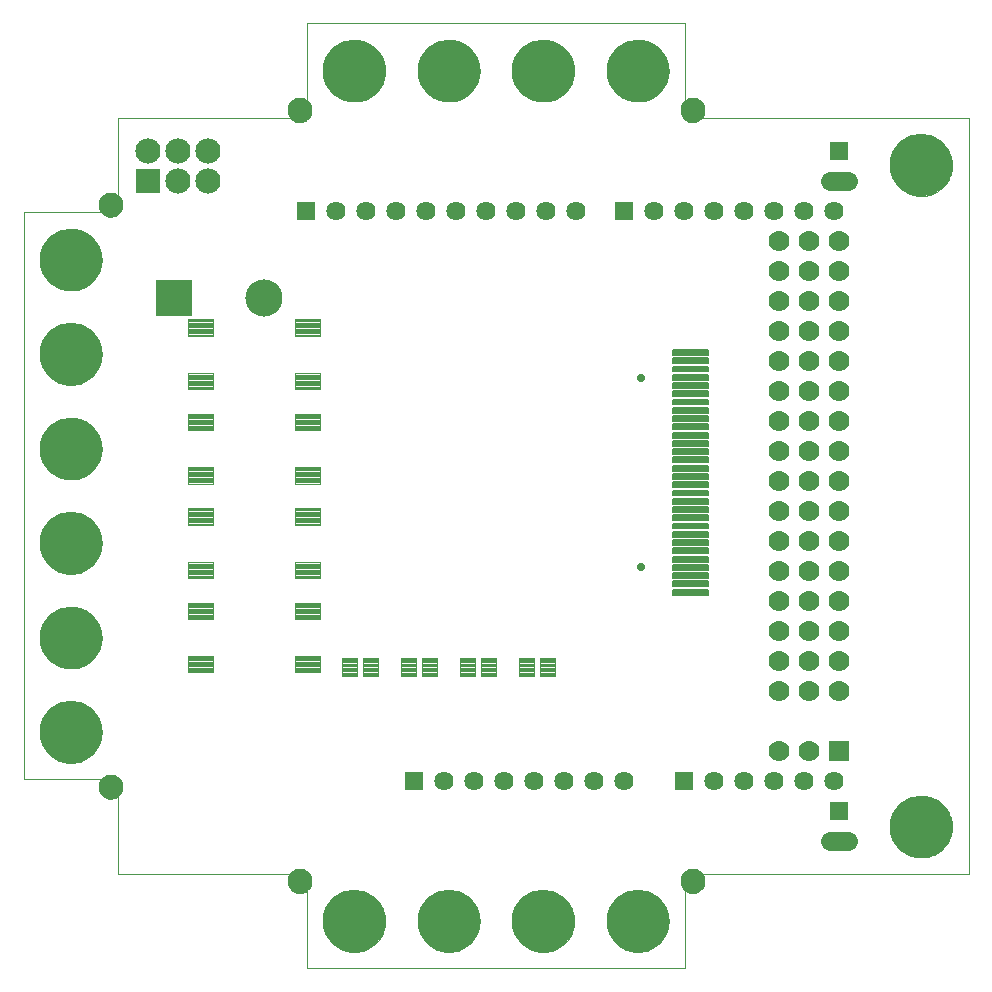
<source format=gbs>
G75*
%MOIN*%
%OFA0B0*%
%FSLAX24Y24*%
%IPPOS*%
%LPD*%
%AMOC8*
5,1,8,0,0,1.08239X$1,22.5*
%
%ADD10C,0.0000*%
%ADD11C,0.0827*%
%ADD12C,0.2087*%
%ADD13R,0.0640X0.0640*%
%ADD14C,0.0640*%
%ADD15R,0.0840X0.0840*%
%ADD16C,0.0840*%
%ADD17C,0.0043*%
%ADD18R,0.0700X0.0700*%
%ADD19C,0.0700*%
%ADD20C,0.0276*%
%ADD21C,0.0054*%
%ADD22C,0.0041*%
%ADD23R,0.1240X0.1240*%
%ADD24C,0.1240*%
%ADD25C,0.0640*%
D10*
X004874Y004874D02*
X011174Y004874D01*
X011174Y001725D01*
X023772Y001725D01*
X023772Y004874D01*
X033221Y004874D01*
X033221Y030071D01*
X023772Y030071D01*
X023772Y033221D01*
X011174Y033221D01*
X011174Y030071D01*
X004874Y030071D01*
X004874Y026922D01*
X001725Y026922D01*
X001725Y008024D01*
X004874Y008024D01*
X004874Y004874D01*
X004230Y007774D02*
X004232Y007813D01*
X004238Y007852D01*
X004248Y007890D01*
X004261Y007927D01*
X004278Y007962D01*
X004298Y007996D01*
X004322Y008027D01*
X004349Y008056D01*
X004378Y008082D01*
X004410Y008105D01*
X004444Y008125D01*
X004480Y008141D01*
X004517Y008153D01*
X004556Y008162D01*
X004595Y008167D01*
X004634Y008168D01*
X004673Y008165D01*
X004712Y008158D01*
X004749Y008147D01*
X004786Y008133D01*
X004821Y008115D01*
X004854Y008094D01*
X004885Y008069D01*
X004913Y008042D01*
X004938Y008012D01*
X004960Y007979D01*
X004979Y007945D01*
X004994Y007909D01*
X005006Y007871D01*
X005014Y007833D01*
X005018Y007794D01*
X005018Y007754D01*
X005014Y007715D01*
X005006Y007677D01*
X004994Y007639D01*
X004979Y007603D01*
X004960Y007569D01*
X004938Y007536D01*
X004913Y007506D01*
X004885Y007479D01*
X004854Y007454D01*
X004821Y007433D01*
X004786Y007415D01*
X004749Y007401D01*
X004712Y007390D01*
X004673Y007383D01*
X004634Y007380D01*
X004595Y007381D01*
X004556Y007386D01*
X004517Y007395D01*
X004480Y007407D01*
X004444Y007423D01*
X004410Y007443D01*
X004378Y007466D01*
X004349Y007492D01*
X004322Y007521D01*
X004298Y007552D01*
X004278Y007586D01*
X004261Y007621D01*
X004248Y007658D01*
X004238Y007696D01*
X004232Y007735D01*
X004230Y007774D01*
X002276Y009599D02*
X002278Y009663D01*
X002284Y009726D01*
X002294Y009789D01*
X002308Y009851D01*
X002325Y009912D01*
X002347Y009972D01*
X002372Y010031D01*
X002400Y010088D01*
X002432Y010143D01*
X002468Y010196D01*
X002507Y010246D01*
X002548Y010294D01*
X002593Y010340D01*
X002640Y010382D01*
X002690Y010422D01*
X002743Y010458D01*
X002797Y010491D01*
X002854Y010521D01*
X002912Y010547D01*
X002971Y010569D01*
X003032Y010587D01*
X003094Y010602D01*
X003157Y010613D01*
X003220Y010620D01*
X003284Y010623D01*
X003348Y010622D01*
X003411Y010617D01*
X003474Y010608D01*
X003537Y010595D01*
X003598Y010579D01*
X003659Y010558D01*
X003717Y010534D01*
X003775Y010506D01*
X003830Y010475D01*
X003884Y010440D01*
X003935Y010402D01*
X003984Y010361D01*
X004030Y010317D01*
X004073Y010271D01*
X004113Y010221D01*
X004150Y010170D01*
X004184Y010116D01*
X004215Y010060D01*
X004241Y010002D01*
X004265Y009943D01*
X004284Y009882D01*
X004300Y009820D01*
X004312Y009758D01*
X004320Y009694D01*
X004324Y009631D01*
X004324Y009567D01*
X004320Y009504D01*
X004312Y009440D01*
X004300Y009378D01*
X004284Y009316D01*
X004265Y009255D01*
X004241Y009196D01*
X004215Y009138D01*
X004184Y009082D01*
X004150Y009028D01*
X004113Y008977D01*
X004073Y008927D01*
X004030Y008881D01*
X003984Y008837D01*
X003935Y008796D01*
X003884Y008758D01*
X003830Y008723D01*
X003775Y008692D01*
X003717Y008664D01*
X003659Y008640D01*
X003598Y008619D01*
X003537Y008603D01*
X003474Y008590D01*
X003411Y008581D01*
X003348Y008576D01*
X003284Y008575D01*
X003220Y008578D01*
X003157Y008585D01*
X003094Y008596D01*
X003032Y008611D01*
X002971Y008629D01*
X002912Y008651D01*
X002854Y008677D01*
X002797Y008707D01*
X002743Y008740D01*
X002690Y008776D01*
X002640Y008816D01*
X002593Y008858D01*
X002548Y008904D01*
X002507Y008952D01*
X002468Y009002D01*
X002432Y009055D01*
X002400Y009110D01*
X002372Y009167D01*
X002347Y009226D01*
X002325Y009286D01*
X002308Y009347D01*
X002294Y009409D01*
X002284Y009472D01*
X002278Y009535D01*
X002276Y009599D01*
X002276Y012748D02*
X002278Y012812D01*
X002284Y012875D01*
X002294Y012938D01*
X002308Y013000D01*
X002325Y013061D01*
X002347Y013121D01*
X002372Y013180D01*
X002400Y013237D01*
X002432Y013292D01*
X002468Y013345D01*
X002507Y013395D01*
X002548Y013443D01*
X002593Y013489D01*
X002640Y013531D01*
X002690Y013571D01*
X002743Y013607D01*
X002797Y013640D01*
X002854Y013670D01*
X002912Y013696D01*
X002971Y013718D01*
X003032Y013736D01*
X003094Y013751D01*
X003157Y013762D01*
X003220Y013769D01*
X003284Y013772D01*
X003348Y013771D01*
X003411Y013766D01*
X003474Y013757D01*
X003537Y013744D01*
X003598Y013728D01*
X003659Y013707D01*
X003717Y013683D01*
X003775Y013655D01*
X003830Y013624D01*
X003884Y013589D01*
X003935Y013551D01*
X003984Y013510D01*
X004030Y013466D01*
X004073Y013420D01*
X004113Y013370D01*
X004150Y013319D01*
X004184Y013265D01*
X004215Y013209D01*
X004241Y013151D01*
X004265Y013092D01*
X004284Y013031D01*
X004300Y012969D01*
X004312Y012907D01*
X004320Y012843D01*
X004324Y012780D01*
X004324Y012716D01*
X004320Y012653D01*
X004312Y012589D01*
X004300Y012527D01*
X004284Y012465D01*
X004265Y012404D01*
X004241Y012345D01*
X004215Y012287D01*
X004184Y012231D01*
X004150Y012177D01*
X004113Y012126D01*
X004073Y012076D01*
X004030Y012030D01*
X003984Y011986D01*
X003935Y011945D01*
X003884Y011907D01*
X003830Y011872D01*
X003775Y011841D01*
X003717Y011813D01*
X003659Y011789D01*
X003598Y011768D01*
X003537Y011752D01*
X003474Y011739D01*
X003411Y011730D01*
X003348Y011725D01*
X003284Y011724D01*
X003220Y011727D01*
X003157Y011734D01*
X003094Y011745D01*
X003032Y011760D01*
X002971Y011778D01*
X002912Y011800D01*
X002854Y011826D01*
X002797Y011856D01*
X002743Y011889D01*
X002690Y011925D01*
X002640Y011965D01*
X002593Y012007D01*
X002548Y012053D01*
X002507Y012101D01*
X002468Y012151D01*
X002432Y012204D01*
X002400Y012259D01*
X002372Y012316D01*
X002347Y012375D01*
X002325Y012435D01*
X002308Y012496D01*
X002294Y012558D01*
X002284Y012621D01*
X002278Y012684D01*
X002276Y012748D01*
X002276Y015898D02*
X002278Y015962D01*
X002284Y016025D01*
X002294Y016088D01*
X002308Y016150D01*
X002325Y016211D01*
X002347Y016271D01*
X002372Y016330D01*
X002400Y016387D01*
X002432Y016442D01*
X002468Y016495D01*
X002507Y016545D01*
X002548Y016593D01*
X002593Y016639D01*
X002640Y016681D01*
X002690Y016721D01*
X002743Y016757D01*
X002797Y016790D01*
X002854Y016820D01*
X002912Y016846D01*
X002971Y016868D01*
X003032Y016886D01*
X003094Y016901D01*
X003157Y016912D01*
X003220Y016919D01*
X003284Y016922D01*
X003348Y016921D01*
X003411Y016916D01*
X003474Y016907D01*
X003537Y016894D01*
X003598Y016878D01*
X003659Y016857D01*
X003717Y016833D01*
X003775Y016805D01*
X003830Y016774D01*
X003884Y016739D01*
X003935Y016701D01*
X003984Y016660D01*
X004030Y016616D01*
X004073Y016570D01*
X004113Y016520D01*
X004150Y016469D01*
X004184Y016415D01*
X004215Y016359D01*
X004241Y016301D01*
X004265Y016242D01*
X004284Y016181D01*
X004300Y016119D01*
X004312Y016057D01*
X004320Y015993D01*
X004324Y015930D01*
X004324Y015866D01*
X004320Y015803D01*
X004312Y015739D01*
X004300Y015677D01*
X004284Y015615D01*
X004265Y015554D01*
X004241Y015495D01*
X004215Y015437D01*
X004184Y015381D01*
X004150Y015327D01*
X004113Y015276D01*
X004073Y015226D01*
X004030Y015180D01*
X003984Y015136D01*
X003935Y015095D01*
X003884Y015057D01*
X003830Y015022D01*
X003775Y014991D01*
X003717Y014963D01*
X003659Y014939D01*
X003598Y014918D01*
X003537Y014902D01*
X003474Y014889D01*
X003411Y014880D01*
X003348Y014875D01*
X003284Y014874D01*
X003220Y014877D01*
X003157Y014884D01*
X003094Y014895D01*
X003032Y014910D01*
X002971Y014928D01*
X002912Y014950D01*
X002854Y014976D01*
X002797Y015006D01*
X002743Y015039D01*
X002690Y015075D01*
X002640Y015115D01*
X002593Y015157D01*
X002548Y015203D01*
X002507Y015251D01*
X002468Y015301D01*
X002432Y015354D01*
X002400Y015409D01*
X002372Y015466D01*
X002347Y015525D01*
X002325Y015585D01*
X002308Y015646D01*
X002294Y015708D01*
X002284Y015771D01*
X002278Y015834D01*
X002276Y015898D01*
X002276Y019048D02*
X002278Y019112D01*
X002284Y019175D01*
X002294Y019238D01*
X002308Y019300D01*
X002325Y019361D01*
X002347Y019421D01*
X002372Y019480D01*
X002400Y019537D01*
X002432Y019592D01*
X002468Y019645D01*
X002507Y019695D01*
X002548Y019743D01*
X002593Y019789D01*
X002640Y019831D01*
X002690Y019871D01*
X002743Y019907D01*
X002797Y019940D01*
X002854Y019970D01*
X002912Y019996D01*
X002971Y020018D01*
X003032Y020036D01*
X003094Y020051D01*
X003157Y020062D01*
X003220Y020069D01*
X003284Y020072D01*
X003348Y020071D01*
X003411Y020066D01*
X003474Y020057D01*
X003537Y020044D01*
X003598Y020028D01*
X003659Y020007D01*
X003717Y019983D01*
X003775Y019955D01*
X003830Y019924D01*
X003884Y019889D01*
X003935Y019851D01*
X003984Y019810D01*
X004030Y019766D01*
X004073Y019720D01*
X004113Y019670D01*
X004150Y019619D01*
X004184Y019565D01*
X004215Y019509D01*
X004241Y019451D01*
X004265Y019392D01*
X004284Y019331D01*
X004300Y019269D01*
X004312Y019207D01*
X004320Y019143D01*
X004324Y019080D01*
X004324Y019016D01*
X004320Y018953D01*
X004312Y018889D01*
X004300Y018827D01*
X004284Y018765D01*
X004265Y018704D01*
X004241Y018645D01*
X004215Y018587D01*
X004184Y018531D01*
X004150Y018477D01*
X004113Y018426D01*
X004073Y018376D01*
X004030Y018330D01*
X003984Y018286D01*
X003935Y018245D01*
X003884Y018207D01*
X003830Y018172D01*
X003775Y018141D01*
X003717Y018113D01*
X003659Y018089D01*
X003598Y018068D01*
X003537Y018052D01*
X003474Y018039D01*
X003411Y018030D01*
X003348Y018025D01*
X003284Y018024D01*
X003220Y018027D01*
X003157Y018034D01*
X003094Y018045D01*
X003032Y018060D01*
X002971Y018078D01*
X002912Y018100D01*
X002854Y018126D01*
X002797Y018156D01*
X002743Y018189D01*
X002690Y018225D01*
X002640Y018265D01*
X002593Y018307D01*
X002548Y018353D01*
X002507Y018401D01*
X002468Y018451D01*
X002432Y018504D01*
X002400Y018559D01*
X002372Y018616D01*
X002347Y018675D01*
X002325Y018735D01*
X002308Y018796D01*
X002294Y018858D01*
X002284Y018921D01*
X002278Y018984D01*
X002276Y019048D01*
X002276Y022197D02*
X002278Y022261D01*
X002284Y022324D01*
X002294Y022387D01*
X002308Y022449D01*
X002325Y022510D01*
X002347Y022570D01*
X002372Y022629D01*
X002400Y022686D01*
X002432Y022741D01*
X002468Y022794D01*
X002507Y022844D01*
X002548Y022892D01*
X002593Y022938D01*
X002640Y022980D01*
X002690Y023020D01*
X002743Y023056D01*
X002797Y023089D01*
X002854Y023119D01*
X002912Y023145D01*
X002971Y023167D01*
X003032Y023185D01*
X003094Y023200D01*
X003157Y023211D01*
X003220Y023218D01*
X003284Y023221D01*
X003348Y023220D01*
X003411Y023215D01*
X003474Y023206D01*
X003537Y023193D01*
X003598Y023177D01*
X003659Y023156D01*
X003717Y023132D01*
X003775Y023104D01*
X003830Y023073D01*
X003884Y023038D01*
X003935Y023000D01*
X003984Y022959D01*
X004030Y022915D01*
X004073Y022869D01*
X004113Y022819D01*
X004150Y022768D01*
X004184Y022714D01*
X004215Y022658D01*
X004241Y022600D01*
X004265Y022541D01*
X004284Y022480D01*
X004300Y022418D01*
X004312Y022356D01*
X004320Y022292D01*
X004324Y022229D01*
X004324Y022165D01*
X004320Y022102D01*
X004312Y022038D01*
X004300Y021976D01*
X004284Y021914D01*
X004265Y021853D01*
X004241Y021794D01*
X004215Y021736D01*
X004184Y021680D01*
X004150Y021626D01*
X004113Y021575D01*
X004073Y021525D01*
X004030Y021479D01*
X003984Y021435D01*
X003935Y021394D01*
X003884Y021356D01*
X003830Y021321D01*
X003775Y021290D01*
X003717Y021262D01*
X003659Y021238D01*
X003598Y021217D01*
X003537Y021201D01*
X003474Y021188D01*
X003411Y021179D01*
X003348Y021174D01*
X003284Y021173D01*
X003220Y021176D01*
X003157Y021183D01*
X003094Y021194D01*
X003032Y021209D01*
X002971Y021227D01*
X002912Y021249D01*
X002854Y021275D01*
X002797Y021305D01*
X002743Y021338D01*
X002690Y021374D01*
X002640Y021414D01*
X002593Y021456D01*
X002548Y021502D01*
X002507Y021550D01*
X002468Y021600D01*
X002432Y021653D01*
X002400Y021708D01*
X002372Y021765D01*
X002347Y021824D01*
X002325Y021884D01*
X002308Y021945D01*
X002294Y022007D01*
X002284Y022070D01*
X002278Y022133D01*
X002276Y022197D01*
X002276Y025347D02*
X002278Y025411D01*
X002284Y025474D01*
X002294Y025537D01*
X002308Y025599D01*
X002325Y025660D01*
X002347Y025720D01*
X002372Y025779D01*
X002400Y025836D01*
X002432Y025891D01*
X002468Y025944D01*
X002507Y025994D01*
X002548Y026042D01*
X002593Y026088D01*
X002640Y026130D01*
X002690Y026170D01*
X002743Y026206D01*
X002797Y026239D01*
X002854Y026269D01*
X002912Y026295D01*
X002971Y026317D01*
X003032Y026335D01*
X003094Y026350D01*
X003157Y026361D01*
X003220Y026368D01*
X003284Y026371D01*
X003348Y026370D01*
X003411Y026365D01*
X003474Y026356D01*
X003537Y026343D01*
X003598Y026327D01*
X003659Y026306D01*
X003717Y026282D01*
X003775Y026254D01*
X003830Y026223D01*
X003884Y026188D01*
X003935Y026150D01*
X003984Y026109D01*
X004030Y026065D01*
X004073Y026019D01*
X004113Y025969D01*
X004150Y025918D01*
X004184Y025864D01*
X004215Y025808D01*
X004241Y025750D01*
X004265Y025691D01*
X004284Y025630D01*
X004300Y025568D01*
X004312Y025506D01*
X004320Y025442D01*
X004324Y025379D01*
X004324Y025315D01*
X004320Y025252D01*
X004312Y025188D01*
X004300Y025126D01*
X004284Y025064D01*
X004265Y025003D01*
X004241Y024944D01*
X004215Y024886D01*
X004184Y024830D01*
X004150Y024776D01*
X004113Y024725D01*
X004073Y024675D01*
X004030Y024629D01*
X003984Y024585D01*
X003935Y024544D01*
X003884Y024506D01*
X003830Y024471D01*
X003775Y024440D01*
X003717Y024412D01*
X003659Y024388D01*
X003598Y024367D01*
X003537Y024351D01*
X003474Y024338D01*
X003411Y024329D01*
X003348Y024324D01*
X003284Y024323D01*
X003220Y024326D01*
X003157Y024333D01*
X003094Y024344D01*
X003032Y024359D01*
X002971Y024377D01*
X002912Y024399D01*
X002854Y024425D01*
X002797Y024455D01*
X002743Y024488D01*
X002690Y024524D01*
X002640Y024564D01*
X002593Y024606D01*
X002548Y024652D01*
X002507Y024700D01*
X002468Y024750D01*
X002432Y024803D01*
X002400Y024858D01*
X002372Y024915D01*
X002347Y024974D01*
X002325Y025034D01*
X002308Y025095D01*
X002294Y025157D01*
X002284Y025220D01*
X002278Y025283D01*
X002276Y025347D01*
X004230Y027172D02*
X004232Y027211D01*
X004238Y027250D01*
X004248Y027288D01*
X004261Y027325D01*
X004278Y027360D01*
X004298Y027394D01*
X004322Y027425D01*
X004349Y027454D01*
X004378Y027480D01*
X004410Y027503D01*
X004444Y027523D01*
X004480Y027539D01*
X004517Y027551D01*
X004556Y027560D01*
X004595Y027565D01*
X004634Y027566D01*
X004673Y027563D01*
X004712Y027556D01*
X004749Y027545D01*
X004786Y027531D01*
X004821Y027513D01*
X004854Y027492D01*
X004885Y027467D01*
X004913Y027440D01*
X004938Y027410D01*
X004960Y027377D01*
X004979Y027343D01*
X004994Y027307D01*
X005006Y027269D01*
X005014Y027231D01*
X005018Y027192D01*
X005018Y027152D01*
X005014Y027113D01*
X005006Y027075D01*
X004994Y027037D01*
X004979Y027001D01*
X004960Y026967D01*
X004938Y026934D01*
X004913Y026904D01*
X004885Y026877D01*
X004854Y026852D01*
X004821Y026831D01*
X004786Y026813D01*
X004749Y026799D01*
X004712Y026788D01*
X004673Y026781D01*
X004634Y026778D01*
X004595Y026779D01*
X004556Y026784D01*
X004517Y026793D01*
X004480Y026805D01*
X004444Y026821D01*
X004410Y026841D01*
X004378Y026864D01*
X004349Y026890D01*
X004322Y026919D01*
X004298Y026950D01*
X004278Y026984D01*
X004261Y027019D01*
X004248Y027056D01*
X004238Y027094D01*
X004232Y027133D01*
X004230Y027172D01*
X010530Y030321D02*
X010532Y030360D01*
X010538Y030399D01*
X010548Y030437D01*
X010561Y030474D01*
X010578Y030509D01*
X010598Y030543D01*
X010622Y030574D01*
X010649Y030603D01*
X010678Y030629D01*
X010710Y030652D01*
X010744Y030672D01*
X010780Y030688D01*
X010817Y030700D01*
X010856Y030709D01*
X010895Y030714D01*
X010934Y030715D01*
X010973Y030712D01*
X011012Y030705D01*
X011049Y030694D01*
X011086Y030680D01*
X011121Y030662D01*
X011154Y030641D01*
X011185Y030616D01*
X011213Y030589D01*
X011238Y030559D01*
X011260Y030526D01*
X011279Y030492D01*
X011294Y030456D01*
X011306Y030418D01*
X011314Y030380D01*
X011318Y030341D01*
X011318Y030301D01*
X011314Y030262D01*
X011306Y030224D01*
X011294Y030186D01*
X011279Y030150D01*
X011260Y030116D01*
X011238Y030083D01*
X011213Y030053D01*
X011185Y030026D01*
X011154Y030001D01*
X011121Y029980D01*
X011086Y029962D01*
X011049Y029948D01*
X011012Y029937D01*
X010973Y029930D01*
X010934Y029927D01*
X010895Y029928D01*
X010856Y029933D01*
X010817Y029942D01*
X010780Y029954D01*
X010744Y029970D01*
X010710Y029990D01*
X010678Y030013D01*
X010649Y030039D01*
X010622Y030068D01*
X010598Y030099D01*
X010578Y030133D01*
X010561Y030168D01*
X010548Y030205D01*
X010538Y030243D01*
X010532Y030282D01*
X010530Y030321D01*
X011724Y031646D02*
X011726Y031710D01*
X011732Y031773D01*
X011742Y031836D01*
X011756Y031898D01*
X011773Y031959D01*
X011795Y032019D01*
X011820Y032078D01*
X011848Y032135D01*
X011880Y032190D01*
X011916Y032243D01*
X011955Y032293D01*
X011996Y032341D01*
X012041Y032387D01*
X012088Y032429D01*
X012138Y032469D01*
X012191Y032505D01*
X012245Y032538D01*
X012302Y032568D01*
X012360Y032594D01*
X012419Y032616D01*
X012480Y032634D01*
X012542Y032649D01*
X012605Y032660D01*
X012668Y032667D01*
X012732Y032670D01*
X012796Y032669D01*
X012859Y032664D01*
X012922Y032655D01*
X012985Y032642D01*
X013046Y032626D01*
X013107Y032605D01*
X013165Y032581D01*
X013223Y032553D01*
X013278Y032522D01*
X013332Y032487D01*
X013383Y032449D01*
X013432Y032408D01*
X013478Y032364D01*
X013521Y032318D01*
X013561Y032268D01*
X013598Y032217D01*
X013632Y032163D01*
X013663Y032107D01*
X013689Y032049D01*
X013713Y031990D01*
X013732Y031929D01*
X013748Y031867D01*
X013760Y031805D01*
X013768Y031741D01*
X013772Y031678D01*
X013772Y031614D01*
X013768Y031551D01*
X013760Y031487D01*
X013748Y031425D01*
X013732Y031363D01*
X013713Y031302D01*
X013689Y031243D01*
X013663Y031185D01*
X013632Y031129D01*
X013598Y031075D01*
X013561Y031024D01*
X013521Y030974D01*
X013478Y030928D01*
X013432Y030884D01*
X013383Y030843D01*
X013332Y030805D01*
X013278Y030770D01*
X013223Y030739D01*
X013165Y030711D01*
X013107Y030687D01*
X013046Y030666D01*
X012985Y030650D01*
X012922Y030637D01*
X012859Y030628D01*
X012796Y030623D01*
X012732Y030622D01*
X012668Y030625D01*
X012605Y030632D01*
X012542Y030643D01*
X012480Y030658D01*
X012419Y030676D01*
X012360Y030698D01*
X012302Y030724D01*
X012245Y030754D01*
X012191Y030787D01*
X012138Y030823D01*
X012088Y030863D01*
X012041Y030905D01*
X011996Y030951D01*
X011955Y030999D01*
X011916Y031049D01*
X011880Y031102D01*
X011848Y031157D01*
X011820Y031214D01*
X011795Y031273D01*
X011773Y031333D01*
X011756Y031394D01*
X011742Y031456D01*
X011732Y031519D01*
X011726Y031582D01*
X011724Y031646D01*
X014874Y031646D02*
X014876Y031710D01*
X014882Y031773D01*
X014892Y031836D01*
X014906Y031898D01*
X014923Y031959D01*
X014945Y032019D01*
X014970Y032078D01*
X014998Y032135D01*
X015030Y032190D01*
X015066Y032243D01*
X015105Y032293D01*
X015146Y032341D01*
X015191Y032387D01*
X015238Y032429D01*
X015288Y032469D01*
X015341Y032505D01*
X015395Y032538D01*
X015452Y032568D01*
X015510Y032594D01*
X015569Y032616D01*
X015630Y032634D01*
X015692Y032649D01*
X015755Y032660D01*
X015818Y032667D01*
X015882Y032670D01*
X015946Y032669D01*
X016009Y032664D01*
X016072Y032655D01*
X016135Y032642D01*
X016196Y032626D01*
X016257Y032605D01*
X016315Y032581D01*
X016373Y032553D01*
X016428Y032522D01*
X016482Y032487D01*
X016533Y032449D01*
X016582Y032408D01*
X016628Y032364D01*
X016671Y032318D01*
X016711Y032268D01*
X016748Y032217D01*
X016782Y032163D01*
X016813Y032107D01*
X016839Y032049D01*
X016863Y031990D01*
X016882Y031929D01*
X016898Y031867D01*
X016910Y031805D01*
X016918Y031741D01*
X016922Y031678D01*
X016922Y031614D01*
X016918Y031551D01*
X016910Y031487D01*
X016898Y031425D01*
X016882Y031363D01*
X016863Y031302D01*
X016839Y031243D01*
X016813Y031185D01*
X016782Y031129D01*
X016748Y031075D01*
X016711Y031024D01*
X016671Y030974D01*
X016628Y030928D01*
X016582Y030884D01*
X016533Y030843D01*
X016482Y030805D01*
X016428Y030770D01*
X016373Y030739D01*
X016315Y030711D01*
X016257Y030687D01*
X016196Y030666D01*
X016135Y030650D01*
X016072Y030637D01*
X016009Y030628D01*
X015946Y030623D01*
X015882Y030622D01*
X015818Y030625D01*
X015755Y030632D01*
X015692Y030643D01*
X015630Y030658D01*
X015569Y030676D01*
X015510Y030698D01*
X015452Y030724D01*
X015395Y030754D01*
X015341Y030787D01*
X015288Y030823D01*
X015238Y030863D01*
X015191Y030905D01*
X015146Y030951D01*
X015105Y030999D01*
X015066Y031049D01*
X015030Y031102D01*
X014998Y031157D01*
X014970Y031214D01*
X014945Y031273D01*
X014923Y031333D01*
X014906Y031394D01*
X014892Y031456D01*
X014882Y031519D01*
X014876Y031582D01*
X014874Y031646D01*
X018024Y031646D02*
X018026Y031710D01*
X018032Y031773D01*
X018042Y031836D01*
X018056Y031898D01*
X018073Y031959D01*
X018095Y032019D01*
X018120Y032078D01*
X018148Y032135D01*
X018180Y032190D01*
X018216Y032243D01*
X018255Y032293D01*
X018296Y032341D01*
X018341Y032387D01*
X018388Y032429D01*
X018438Y032469D01*
X018491Y032505D01*
X018545Y032538D01*
X018602Y032568D01*
X018660Y032594D01*
X018719Y032616D01*
X018780Y032634D01*
X018842Y032649D01*
X018905Y032660D01*
X018968Y032667D01*
X019032Y032670D01*
X019096Y032669D01*
X019159Y032664D01*
X019222Y032655D01*
X019285Y032642D01*
X019346Y032626D01*
X019407Y032605D01*
X019465Y032581D01*
X019523Y032553D01*
X019578Y032522D01*
X019632Y032487D01*
X019683Y032449D01*
X019732Y032408D01*
X019778Y032364D01*
X019821Y032318D01*
X019861Y032268D01*
X019898Y032217D01*
X019932Y032163D01*
X019963Y032107D01*
X019989Y032049D01*
X020013Y031990D01*
X020032Y031929D01*
X020048Y031867D01*
X020060Y031805D01*
X020068Y031741D01*
X020072Y031678D01*
X020072Y031614D01*
X020068Y031551D01*
X020060Y031487D01*
X020048Y031425D01*
X020032Y031363D01*
X020013Y031302D01*
X019989Y031243D01*
X019963Y031185D01*
X019932Y031129D01*
X019898Y031075D01*
X019861Y031024D01*
X019821Y030974D01*
X019778Y030928D01*
X019732Y030884D01*
X019683Y030843D01*
X019632Y030805D01*
X019578Y030770D01*
X019523Y030739D01*
X019465Y030711D01*
X019407Y030687D01*
X019346Y030666D01*
X019285Y030650D01*
X019222Y030637D01*
X019159Y030628D01*
X019096Y030623D01*
X019032Y030622D01*
X018968Y030625D01*
X018905Y030632D01*
X018842Y030643D01*
X018780Y030658D01*
X018719Y030676D01*
X018660Y030698D01*
X018602Y030724D01*
X018545Y030754D01*
X018491Y030787D01*
X018438Y030823D01*
X018388Y030863D01*
X018341Y030905D01*
X018296Y030951D01*
X018255Y030999D01*
X018216Y031049D01*
X018180Y031102D01*
X018148Y031157D01*
X018120Y031214D01*
X018095Y031273D01*
X018073Y031333D01*
X018056Y031394D01*
X018042Y031456D01*
X018032Y031519D01*
X018026Y031582D01*
X018024Y031646D01*
X021173Y031646D02*
X021175Y031710D01*
X021181Y031773D01*
X021191Y031836D01*
X021205Y031898D01*
X021222Y031959D01*
X021244Y032019D01*
X021269Y032078D01*
X021297Y032135D01*
X021329Y032190D01*
X021365Y032243D01*
X021404Y032293D01*
X021445Y032341D01*
X021490Y032387D01*
X021537Y032429D01*
X021587Y032469D01*
X021640Y032505D01*
X021694Y032538D01*
X021751Y032568D01*
X021809Y032594D01*
X021868Y032616D01*
X021929Y032634D01*
X021991Y032649D01*
X022054Y032660D01*
X022117Y032667D01*
X022181Y032670D01*
X022245Y032669D01*
X022308Y032664D01*
X022371Y032655D01*
X022434Y032642D01*
X022495Y032626D01*
X022556Y032605D01*
X022614Y032581D01*
X022672Y032553D01*
X022727Y032522D01*
X022781Y032487D01*
X022832Y032449D01*
X022881Y032408D01*
X022927Y032364D01*
X022970Y032318D01*
X023010Y032268D01*
X023047Y032217D01*
X023081Y032163D01*
X023112Y032107D01*
X023138Y032049D01*
X023162Y031990D01*
X023181Y031929D01*
X023197Y031867D01*
X023209Y031805D01*
X023217Y031741D01*
X023221Y031678D01*
X023221Y031614D01*
X023217Y031551D01*
X023209Y031487D01*
X023197Y031425D01*
X023181Y031363D01*
X023162Y031302D01*
X023138Y031243D01*
X023112Y031185D01*
X023081Y031129D01*
X023047Y031075D01*
X023010Y031024D01*
X022970Y030974D01*
X022927Y030928D01*
X022881Y030884D01*
X022832Y030843D01*
X022781Y030805D01*
X022727Y030770D01*
X022672Y030739D01*
X022614Y030711D01*
X022556Y030687D01*
X022495Y030666D01*
X022434Y030650D01*
X022371Y030637D01*
X022308Y030628D01*
X022245Y030623D01*
X022181Y030622D01*
X022117Y030625D01*
X022054Y030632D01*
X021991Y030643D01*
X021929Y030658D01*
X021868Y030676D01*
X021809Y030698D01*
X021751Y030724D01*
X021694Y030754D01*
X021640Y030787D01*
X021587Y030823D01*
X021537Y030863D01*
X021490Y030905D01*
X021445Y030951D01*
X021404Y030999D01*
X021365Y031049D01*
X021329Y031102D01*
X021297Y031157D01*
X021269Y031214D01*
X021244Y031273D01*
X021222Y031333D01*
X021205Y031394D01*
X021191Y031456D01*
X021181Y031519D01*
X021175Y031582D01*
X021173Y031646D01*
X023628Y030321D02*
X023630Y030360D01*
X023636Y030399D01*
X023646Y030437D01*
X023659Y030474D01*
X023676Y030509D01*
X023696Y030543D01*
X023720Y030574D01*
X023747Y030603D01*
X023776Y030629D01*
X023808Y030652D01*
X023842Y030672D01*
X023878Y030688D01*
X023915Y030700D01*
X023954Y030709D01*
X023993Y030714D01*
X024032Y030715D01*
X024071Y030712D01*
X024110Y030705D01*
X024147Y030694D01*
X024184Y030680D01*
X024219Y030662D01*
X024252Y030641D01*
X024283Y030616D01*
X024311Y030589D01*
X024336Y030559D01*
X024358Y030526D01*
X024377Y030492D01*
X024392Y030456D01*
X024404Y030418D01*
X024412Y030380D01*
X024416Y030341D01*
X024416Y030301D01*
X024412Y030262D01*
X024404Y030224D01*
X024392Y030186D01*
X024377Y030150D01*
X024358Y030116D01*
X024336Y030083D01*
X024311Y030053D01*
X024283Y030026D01*
X024252Y030001D01*
X024219Y029980D01*
X024184Y029962D01*
X024147Y029948D01*
X024110Y029937D01*
X024071Y029930D01*
X024032Y029927D01*
X023993Y029928D01*
X023954Y029933D01*
X023915Y029942D01*
X023878Y029954D01*
X023842Y029970D01*
X023808Y029990D01*
X023776Y030013D01*
X023747Y030039D01*
X023720Y030068D01*
X023696Y030099D01*
X023676Y030133D01*
X023659Y030168D01*
X023646Y030205D01*
X023636Y030243D01*
X023630Y030282D01*
X023628Y030321D01*
X030622Y028496D02*
X030624Y028560D01*
X030630Y028623D01*
X030640Y028686D01*
X030654Y028748D01*
X030671Y028809D01*
X030693Y028869D01*
X030718Y028928D01*
X030746Y028985D01*
X030778Y029040D01*
X030814Y029093D01*
X030853Y029143D01*
X030894Y029191D01*
X030939Y029237D01*
X030986Y029279D01*
X031036Y029319D01*
X031089Y029355D01*
X031143Y029388D01*
X031200Y029418D01*
X031258Y029444D01*
X031317Y029466D01*
X031378Y029484D01*
X031440Y029499D01*
X031503Y029510D01*
X031566Y029517D01*
X031630Y029520D01*
X031694Y029519D01*
X031757Y029514D01*
X031820Y029505D01*
X031883Y029492D01*
X031944Y029476D01*
X032005Y029455D01*
X032063Y029431D01*
X032121Y029403D01*
X032176Y029372D01*
X032230Y029337D01*
X032281Y029299D01*
X032330Y029258D01*
X032376Y029214D01*
X032419Y029168D01*
X032459Y029118D01*
X032496Y029067D01*
X032530Y029013D01*
X032561Y028957D01*
X032587Y028899D01*
X032611Y028840D01*
X032630Y028779D01*
X032646Y028717D01*
X032658Y028655D01*
X032666Y028591D01*
X032670Y028528D01*
X032670Y028464D01*
X032666Y028401D01*
X032658Y028337D01*
X032646Y028275D01*
X032630Y028213D01*
X032611Y028152D01*
X032587Y028093D01*
X032561Y028035D01*
X032530Y027979D01*
X032496Y027925D01*
X032459Y027874D01*
X032419Y027824D01*
X032376Y027778D01*
X032330Y027734D01*
X032281Y027693D01*
X032230Y027655D01*
X032176Y027620D01*
X032121Y027589D01*
X032063Y027561D01*
X032005Y027537D01*
X031944Y027516D01*
X031883Y027500D01*
X031820Y027487D01*
X031757Y027478D01*
X031694Y027473D01*
X031630Y027472D01*
X031566Y027475D01*
X031503Y027482D01*
X031440Y027493D01*
X031378Y027508D01*
X031317Y027526D01*
X031258Y027548D01*
X031200Y027574D01*
X031143Y027604D01*
X031089Y027637D01*
X031036Y027673D01*
X030986Y027713D01*
X030939Y027755D01*
X030894Y027801D01*
X030853Y027849D01*
X030814Y027899D01*
X030778Y027952D01*
X030746Y028007D01*
X030718Y028064D01*
X030693Y028123D01*
X030671Y028183D01*
X030654Y028244D01*
X030640Y028306D01*
X030630Y028369D01*
X030624Y028432D01*
X030622Y028496D01*
X030622Y006449D02*
X030624Y006513D01*
X030630Y006576D01*
X030640Y006639D01*
X030654Y006701D01*
X030671Y006762D01*
X030693Y006822D01*
X030718Y006881D01*
X030746Y006938D01*
X030778Y006993D01*
X030814Y007046D01*
X030853Y007096D01*
X030894Y007144D01*
X030939Y007190D01*
X030986Y007232D01*
X031036Y007272D01*
X031089Y007308D01*
X031143Y007341D01*
X031200Y007371D01*
X031258Y007397D01*
X031317Y007419D01*
X031378Y007437D01*
X031440Y007452D01*
X031503Y007463D01*
X031566Y007470D01*
X031630Y007473D01*
X031694Y007472D01*
X031757Y007467D01*
X031820Y007458D01*
X031883Y007445D01*
X031944Y007429D01*
X032005Y007408D01*
X032063Y007384D01*
X032121Y007356D01*
X032176Y007325D01*
X032230Y007290D01*
X032281Y007252D01*
X032330Y007211D01*
X032376Y007167D01*
X032419Y007121D01*
X032459Y007071D01*
X032496Y007020D01*
X032530Y006966D01*
X032561Y006910D01*
X032587Y006852D01*
X032611Y006793D01*
X032630Y006732D01*
X032646Y006670D01*
X032658Y006608D01*
X032666Y006544D01*
X032670Y006481D01*
X032670Y006417D01*
X032666Y006354D01*
X032658Y006290D01*
X032646Y006228D01*
X032630Y006166D01*
X032611Y006105D01*
X032587Y006046D01*
X032561Y005988D01*
X032530Y005932D01*
X032496Y005878D01*
X032459Y005827D01*
X032419Y005777D01*
X032376Y005731D01*
X032330Y005687D01*
X032281Y005646D01*
X032230Y005608D01*
X032176Y005573D01*
X032121Y005542D01*
X032063Y005514D01*
X032005Y005490D01*
X031944Y005469D01*
X031883Y005453D01*
X031820Y005440D01*
X031757Y005431D01*
X031694Y005426D01*
X031630Y005425D01*
X031566Y005428D01*
X031503Y005435D01*
X031440Y005446D01*
X031378Y005461D01*
X031317Y005479D01*
X031258Y005501D01*
X031200Y005527D01*
X031143Y005557D01*
X031089Y005590D01*
X031036Y005626D01*
X030986Y005666D01*
X030939Y005708D01*
X030894Y005754D01*
X030853Y005802D01*
X030814Y005852D01*
X030778Y005905D01*
X030746Y005960D01*
X030718Y006017D01*
X030693Y006076D01*
X030671Y006136D01*
X030654Y006197D01*
X030640Y006259D01*
X030630Y006322D01*
X030624Y006385D01*
X030622Y006449D01*
X023628Y004624D02*
X023630Y004663D01*
X023636Y004702D01*
X023646Y004740D01*
X023659Y004777D01*
X023676Y004812D01*
X023696Y004846D01*
X023720Y004877D01*
X023747Y004906D01*
X023776Y004932D01*
X023808Y004955D01*
X023842Y004975D01*
X023878Y004991D01*
X023915Y005003D01*
X023954Y005012D01*
X023993Y005017D01*
X024032Y005018D01*
X024071Y005015D01*
X024110Y005008D01*
X024147Y004997D01*
X024184Y004983D01*
X024219Y004965D01*
X024252Y004944D01*
X024283Y004919D01*
X024311Y004892D01*
X024336Y004862D01*
X024358Y004829D01*
X024377Y004795D01*
X024392Y004759D01*
X024404Y004721D01*
X024412Y004683D01*
X024416Y004644D01*
X024416Y004604D01*
X024412Y004565D01*
X024404Y004527D01*
X024392Y004489D01*
X024377Y004453D01*
X024358Y004419D01*
X024336Y004386D01*
X024311Y004356D01*
X024283Y004329D01*
X024252Y004304D01*
X024219Y004283D01*
X024184Y004265D01*
X024147Y004251D01*
X024110Y004240D01*
X024071Y004233D01*
X024032Y004230D01*
X023993Y004231D01*
X023954Y004236D01*
X023915Y004245D01*
X023878Y004257D01*
X023842Y004273D01*
X023808Y004293D01*
X023776Y004316D01*
X023747Y004342D01*
X023720Y004371D01*
X023696Y004402D01*
X023676Y004436D01*
X023659Y004471D01*
X023646Y004508D01*
X023636Y004546D01*
X023630Y004585D01*
X023628Y004624D01*
X021173Y003300D02*
X021175Y003364D01*
X021181Y003427D01*
X021191Y003490D01*
X021205Y003552D01*
X021222Y003613D01*
X021244Y003673D01*
X021269Y003732D01*
X021297Y003789D01*
X021329Y003844D01*
X021365Y003897D01*
X021404Y003947D01*
X021445Y003995D01*
X021490Y004041D01*
X021537Y004083D01*
X021587Y004123D01*
X021640Y004159D01*
X021694Y004192D01*
X021751Y004222D01*
X021809Y004248D01*
X021868Y004270D01*
X021929Y004288D01*
X021991Y004303D01*
X022054Y004314D01*
X022117Y004321D01*
X022181Y004324D01*
X022245Y004323D01*
X022308Y004318D01*
X022371Y004309D01*
X022434Y004296D01*
X022495Y004280D01*
X022556Y004259D01*
X022614Y004235D01*
X022672Y004207D01*
X022727Y004176D01*
X022781Y004141D01*
X022832Y004103D01*
X022881Y004062D01*
X022927Y004018D01*
X022970Y003972D01*
X023010Y003922D01*
X023047Y003871D01*
X023081Y003817D01*
X023112Y003761D01*
X023138Y003703D01*
X023162Y003644D01*
X023181Y003583D01*
X023197Y003521D01*
X023209Y003459D01*
X023217Y003395D01*
X023221Y003332D01*
X023221Y003268D01*
X023217Y003205D01*
X023209Y003141D01*
X023197Y003079D01*
X023181Y003017D01*
X023162Y002956D01*
X023138Y002897D01*
X023112Y002839D01*
X023081Y002783D01*
X023047Y002729D01*
X023010Y002678D01*
X022970Y002628D01*
X022927Y002582D01*
X022881Y002538D01*
X022832Y002497D01*
X022781Y002459D01*
X022727Y002424D01*
X022672Y002393D01*
X022614Y002365D01*
X022556Y002341D01*
X022495Y002320D01*
X022434Y002304D01*
X022371Y002291D01*
X022308Y002282D01*
X022245Y002277D01*
X022181Y002276D01*
X022117Y002279D01*
X022054Y002286D01*
X021991Y002297D01*
X021929Y002312D01*
X021868Y002330D01*
X021809Y002352D01*
X021751Y002378D01*
X021694Y002408D01*
X021640Y002441D01*
X021587Y002477D01*
X021537Y002517D01*
X021490Y002559D01*
X021445Y002605D01*
X021404Y002653D01*
X021365Y002703D01*
X021329Y002756D01*
X021297Y002811D01*
X021269Y002868D01*
X021244Y002927D01*
X021222Y002987D01*
X021205Y003048D01*
X021191Y003110D01*
X021181Y003173D01*
X021175Y003236D01*
X021173Y003300D01*
X018024Y003300D02*
X018026Y003364D01*
X018032Y003427D01*
X018042Y003490D01*
X018056Y003552D01*
X018073Y003613D01*
X018095Y003673D01*
X018120Y003732D01*
X018148Y003789D01*
X018180Y003844D01*
X018216Y003897D01*
X018255Y003947D01*
X018296Y003995D01*
X018341Y004041D01*
X018388Y004083D01*
X018438Y004123D01*
X018491Y004159D01*
X018545Y004192D01*
X018602Y004222D01*
X018660Y004248D01*
X018719Y004270D01*
X018780Y004288D01*
X018842Y004303D01*
X018905Y004314D01*
X018968Y004321D01*
X019032Y004324D01*
X019096Y004323D01*
X019159Y004318D01*
X019222Y004309D01*
X019285Y004296D01*
X019346Y004280D01*
X019407Y004259D01*
X019465Y004235D01*
X019523Y004207D01*
X019578Y004176D01*
X019632Y004141D01*
X019683Y004103D01*
X019732Y004062D01*
X019778Y004018D01*
X019821Y003972D01*
X019861Y003922D01*
X019898Y003871D01*
X019932Y003817D01*
X019963Y003761D01*
X019989Y003703D01*
X020013Y003644D01*
X020032Y003583D01*
X020048Y003521D01*
X020060Y003459D01*
X020068Y003395D01*
X020072Y003332D01*
X020072Y003268D01*
X020068Y003205D01*
X020060Y003141D01*
X020048Y003079D01*
X020032Y003017D01*
X020013Y002956D01*
X019989Y002897D01*
X019963Y002839D01*
X019932Y002783D01*
X019898Y002729D01*
X019861Y002678D01*
X019821Y002628D01*
X019778Y002582D01*
X019732Y002538D01*
X019683Y002497D01*
X019632Y002459D01*
X019578Y002424D01*
X019523Y002393D01*
X019465Y002365D01*
X019407Y002341D01*
X019346Y002320D01*
X019285Y002304D01*
X019222Y002291D01*
X019159Y002282D01*
X019096Y002277D01*
X019032Y002276D01*
X018968Y002279D01*
X018905Y002286D01*
X018842Y002297D01*
X018780Y002312D01*
X018719Y002330D01*
X018660Y002352D01*
X018602Y002378D01*
X018545Y002408D01*
X018491Y002441D01*
X018438Y002477D01*
X018388Y002517D01*
X018341Y002559D01*
X018296Y002605D01*
X018255Y002653D01*
X018216Y002703D01*
X018180Y002756D01*
X018148Y002811D01*
X018120Y002868D01*
X018095Y002927D01*
X018073Y002987D01*
X018056Y003048D01*
X018042Y003110D01*
X018032Y003173D01*
X018026Y003236D01*
X018024Y003300D01*
X014874Y003300D02*
X014876Y003364D01*
X014882Y003427D01*
X014892Y003490D01*
X014906Y003552D01*
X014923Y003613D01*
X014945Y003673D01*
X014970Y003732D01*
X014998Y003789D01*
X015030Y003844D01*
X015066Y003897D01*
X015105Y003947D01*
X015146Y003995D01*
X015191Y004041D01*
X015238Y004083D01*
X015288Y004123D01*
X015341Y004159D01*
X015395Y004192D01*
X015452Y004222D01*
X015510Y004248D01*
X015569Y004270D01*
X015630Y004288D01*
X015692Y004303D01*
X015755Y004314D01*
X015818Y004321D01*
X015882Y004324D01*
X015946Y004323D01*
X016009Y004318D01*
X016072Y004309D01*
X016135Y004296D01*
X016196Y004280D01*
X016257Y004259D01*
X016315Y004235D01*
X016373Y004207D01*
X016428Y004176D01*
X016482Y004141D01*
X016533Y004103D01*
X016582Y004062D01*
X016628Y004018D01*
X016671Y003972D01*
X016711Y003922D01*
X016748Y003871D01*
X016782Y003817D01*
X016813Y003761D01*
X016839Y003703D01*
X016863Y003644D01*
X016882Y003583D01*
X016898Y003521D01*
X016910Y003459D01*
X016918Y003395D01*
X016922Y003332D01*
X016922Y003268D01*
X016918Y003205D01*
X016910Y003141D01*
X016898Y003079D01*
X016882Y003017D01*
X016863Y002956D01*
X016839Y002897D01*
X016813Y002839D01*
X016782Y002783D01*
X016748Y002729D01*
X016711Y002678D01*
X016671Y002628D01*
X016628Y002582D01*
X016582Y002538D01*
X016533Y002497D01*
X016482Y002459D01*
X016428Y002424D01*
X016373Y002393D01*
X016315Y002365D01*
X016257Y002341D01*
X016196Y002320D01*
X016135Y002304D01*
X016072Y002291D01*
X016009Y002282D01*
X015946Y002277D01*
X015882Y002276D01*
X015818Y002279D01*
X015755Y002286D01*
X015692Y002297D01*
X015630Y002312D01*
X015569Y002330D01*
X015510Y002352D01*
X015452Y002378D01*
X015395Y002408D01*
X015341Y002441D01*
X015288Y002477D01*
X015238Y002517D01*
X015191Y002559D01*
X015146Y002605D01*
X015105Y002653D01*
X015066Y002703D01*
X015030Y002756D01*
X014998Y002811D01*
X014970Y002868D01*
X014945Y002927D01*
X014923Y002987D01*
X014906Y003048D01*
X014892Y003110D01*
X014882Y003173D01*
X014876Y003236D01*
X014874Y003300D01*
X011724Y003300D02*
X011726Y003364D01*
X011732Y003427D01*
X011742Y003490D01*
X011756Y003552D01*
X011773Y003613D01*
X011795Y003673D01*
X011820Y003732D01*
X011848Y003789D01*
X011880Y003844D01*
X011916Y003897D01*
X011955Y003947D01*
X011996Y003995D01*
X012041Y004041D01*
X012088Y004083D01*
X012138Y004123D01*
X012191Y004159D01*
X012245Y004192D01*
X012302Y004222D01*
X012360Y004248D01*
X012419Y004270D01*
X012480Y004288D01*
X012542Y004303D01*
X012605Y004314D01*
X012668Y004321D01*
X012732Y004324D01*
X012796Y004323D01*
X012859Y004318D01*
X012922Y004309D01*
X012985Y004296D01*
X013046Y004280D01*
X013107Y004259D01*
X013165Y004235D01*
X013223Y004207D01*
X013278Y004176D01*
X013332Y004141D01*
X013383Y004103D01*
X013432Y004062D01*
X013478Y004018D01*
X013521Y003972D01*
X013561Y003922D01*
X013598Y003871D01*
X013632Y003817D01*
X013663Y003761D01*
X013689Y003703D01*
X013713Y003644D01*
X013732Y003583D01*
X013748Y003521D01*
X013760Y003459D01*
X013768Y003395D01*
X013772Y003332D01*
X013772Y003268D01*
X013768Y003205D01*
X013760Y003141D01*
X013748Y003079D01*
X013732Y003017D01*
X013713Y002956D01*
X013689Y002897D01*
X013663Y002839D01*
X013632Y002783D01*
X013598Y002729D01*
X013561Y002678D01*
X013521Y002628D01*
X013478Y002582D01*
X013432Y002538D01*
X013383Y002497D01*
X013332Y002459D01*
X013278Y002424D01*
X013223Y002393D01*
X013165Y002365D01*
X013107Y002341D01*
X013046Y002320D01*
X012985Y002304D01*
X012922Y002291D01*
X012859Y002282D01*
X012796Y002277D01*
X012732Y002276D01*
X012668Y002279D01*
X012605Y002286D01*
X012542Y002297D01*
X012480Y002312D01*
X012419Y002330D01*
X012360Y002352D01*
X012302Y002378D01*
X012245Y002408D01*
X012191Y002441D01*
X012138Y002477D01*
X012088Y002517D01*
X012041Y002559D01*
X011996Y002605D01*
X011955Y002653D01*
X011916Y002703D01*
X011880Y002756D01*
X011848Y002811D01*
X011820Y002868D01*
X011795Y002927D01*
X011773Y002987D01*
X011756Y003048D01*
X011742Y003110D01*
X011732Y003173D01*
X011726Y003236D01*
X011724Y003300D01*
X010530Y004624D02*
X010532Y004663D01*
X010538Y004702D01*
X010548Y004740D01*
X010561Y004777D01*
X010578Y004812D01*
X010598Y004846D01*
X010622Y004877D01*
X010649Y004906D01*
X010678Y004932D01*
X010710Y004955D01*
X010744Y004975D01*
X010780Y004991D01*
X010817Y005003D01*
X010856Y005012D01*
X010895Y005017D01*
X010934Y005018D01*
X010973Y005015D01*
X011012Y005008D01*
X011049Y004997D01*
X011086Y004983D01*
X011121Y004965D01*
X011154Y004944D01*
X011185Y004919D01*
X011213Y004892D01*
X011238Y004862D01*
X011260Y004829D01*
X011279Y004795D01*
X011294Y004759D01*
X011306Y004721D01*
X011314Y004683D01*
X011318Y004644D01*
X011318Y004604D01*
X011314Y004565D01*
X011306Y004527D01*
X011294Y004489D01*
X011279Y004453D01*
X011260Y004419D01*
X011238Y004386D01*
X011213Y004356D01*
X011185Y004329D01*
X011154Y004304D01*
X011121Y004283D01*
X011086Y004265D01*
X011049Y004251D01*
X011012Y004240D01*
X010973Y004233D01*
X010934Y004230D01*
X010895Y004231D01*
X010856Y004236D01*
X010817Y004245D01*
X010780Y004257D01*
X010744Y004273D01*
X010710Y004293D01*
X010678Y004316D01*
X010649Y004342D01*
X010622Y004371D01*
X010598Y004402D01*
X010578Y004436D01*
X010561Y004471D01*
X010548Y004508D01*
X010538Y004546D01*
X010532Y004585D01*
X010530Y004624D01*
D11*
X010924Y004624D03*
X004624Y007774D03*
X004624Y027172D03*
X010924Y030321D03*
X024022Y030321D03*
X024022Y004624D03*
D12*
X022197Y003300D03*
X019048Y003300D03*
X015898Y003300D03*
X012748Y003300D03*
X003300Y009599D03*
X003300Y012748D03*
X003300Y015898D03*
X003300Y019048D03*
X003300Y022197D03*
X003300Y025347D03*
X012748Y031646D03*
X015898Y031646D03*
X019048Y031646D03*
X022197Y031646D03*
X031646Y028496D03*
X031646Y006449D03*
D13*
X028906Y006973D03*
X023725Y007975D03*
X014725Y007975D03*
X011125Y026975D03*
X021725Y026975D03*
X028906Y028973D03*
D14*
X028725Y026975D03*
X027725Y026975D03*
X026725Y026975D03*
X025725Y026975D03*
X024725Y026975D03*
X023725Y026975D03*
X022725Y026975D03*
X020125Y026975D03*
X019125Y026975D03*
X018125Y026975D03*
X017125Y026975D03*
X016125Y026975D03*
X015125Y026975D03*
X014125Y026975D03*
X013125Y026975D03*
X012125Y026975D03*
X015725Y007975D03*
X016725Y007975D03*
X017725Y007975D03*
X018725Y007975D03*
X019725Y007975D03*
X020725Y007975D03*
X021725Y007975D03*
X024725Y007975D03*
X025725Y007975D03*
X026725Y007975D03*
X027725Y007975D03*
X028725Y007975D03*
D15*
X005875Y027975D03*
D16*
X005875Y028975D03*
X006875Y028975D03*
X006875Y027975D03*
X007875Y027975D03*
X007875Y028975D03*
D17*
X012346Y012057D02*
X012844Y012057D01*
X012844Y011459D01*
X012346Y011459D01*
X012346Y012057D01*
X012346Y011501D02*
X012844Y011501D01*
X012844Y011543D02*
X012346Y011543D01*
X012346Y011585D02*
X012844Y011585D01*
X012844Y011627D02*
X012346Y011627D01*
X012346Y011669D02*
X012844Y011669D01*
X012844Y011711D02*
X012346Y011711D01*
X012346Y011753D02*
X012844Y011753D01*
X012844Y011795D02*
X012346Y011795D01*
X012346Y011837D02*
X012844Y011837D01*
X012844Y011879D02*
X012346Y011879D01*
X012346Y011921D02*
X012844Y011921D01*
X012844Y011963D02*
X012346Y011963D01*
X012346Y012005D02*
X012844Y012005D01*
X012844Y012047D02*
X012346Y012047D01*
X013046Y012057D02*
X013544Y012057D01*
X013544Y011459D01*
X013046Y011459D01*
X013046Y012057D01*
X013046Y011501D02*
X013544Y011501D01*
X013544Y011543D02*
X013046Y011543D01*
X013046Y011585D02*
X013544Y011585D01*
X013544Y011627D02*
X013046Y011627D01*
X013046Y011669D02*
X013544Y011669D01*
X013544Y011711D02*
X013046Y011711D01*
X013046Y011753D02*
X013544Y011753D01*
X013544Y011795D02*
X013046Y011795D01*
X013046Y011837D02*
X013544Y011837D01*
X013544Y011879D02*
X013046Y011879D01*
X013046Y011921D02*
X013544Y011921D01*
X013544Y011963D02*
X013046Y011963D01*
X013046Y012005D02*
X013544Y012005D01*
X013544Y012047D02*
X013046Y012047D01*
X014315Y012057D02*
X014813Y012057D01*
X014813Y011459D01*
X014315Y011459D01*
X014315Y012057D01*
X014315Y011501D02*
X014813Y011501D01*
X014813Y011543D02*
X014315Y011543D01*
X014315Y011585D02*
X014813Y011585D01*
X014813Y011627D02*
X014315Y011627D01*
X014315Y011669D02*
X014813Y011669D01*
X014813Y011711D02*
X014315Y011711D01*
X014315Y011753D02*
X014813Y011753D01*
X014813Y011795D02*
X014315Y011795D01*
X014315Y011837D02*
X014813Y011837D01*
X014813Y011879D02*
X014315Y011879D01*
X014315Y011921D02*
X014813Y011921D01*
X014813Y011963D02*
X014315Y011963D01*
X014315Y012005D02*
X014813Y012005D01*
X014813Y012047D02*
X014315Y012047D01*
X015015Y012057D02*
X015513Y012057D01*
X015513Y011459D01*
X015015Y011459D01*
X015015Y012057D01*
X015015Y011501D02*
X015513Y011501D01*
X015513Y011543D02*
X015015Y011543D01*
X015015Y011585D02*
X015513Y011585D01*
X015513Y011627D02*
X015015Y011627D01*
X015015Y011669D02*
X015513Y011669D01*
X015513Y011711D02*
X015015Y011711D01*
X015015Y011753D02*
X015513Y011753D01*
X015513Y011795D02*
X015015Y011795D01*
X015015Y011837D02*
X015513Y011837D01*
X015513Y011879D02*
X015015Y011879D01*
X015015Y011921D02*
X015513Y011921D01*
X015513Y011963D02*
X015015Y011963D01*
X015015Y012005D02*
X015513Y012005D01*
X015513Y012047D02*
X015015Y012047D01*
X016283Y012057D02*
X016781Y012057D01*
X016781Y011459D01*
X016283Y011459D01*
X016283Y012057D01*
X016283Y011501D02*
X016781Y011501D01*
X016781Y011543D02*
X016283Y011543D01*
X016283Y011585D02*
X016781Y011585D01*
X016781Y011627D02*
X016283Y011627D01*
X016283Y011669D02*
X016781Y011669D01*
X016781Y011711D02*
X016283Y011711D01*
X016283Y011753D02*
X016781Y011753D01*
X016781Y011795D02*
X016283Y011795D01*
X016283Y011837D02*
X016781Y011837D01*
X016781Y011879D02*
X016283Y011879D01*
X016283Y011921D02*
X016781Y011921D01*
X016781Y011963D02*
X016283Y011963D01*
X016283Y012005D02*
X016781Y012005D01*
X016781Y012047D02*
X016283Y012047D01*
X016983Y012057D02*
X017481Y012057D01*
X017481Y011459D01*
X016983Y011459D01*
X016983Y012057D01*
X016983Y011501D02*
X017481Y011501D01*
X017481Y011543D02*
X016983Y011543D01*
X016983Y011585D02*
X017481Y011585D01*
X017481Y011627D02*
X016983Y011627D01*
X016983Y011669D02*
X017481Y011669D01*
X017481Y011711D02*
X016983Y011711D01*
X016983Y011753D02*
X017481Y011753D01*
X017481Y011795D02*
X016983Y011795D01*
X016983Y011837D02*
X017481Y011837D01*
X017481Y011879D02*
X016983Y011879D01*
X016983Y011921D02*
X017481Y011921D01*
X017481Y011963D02*
X016983Y011963D01*
X016983Y012005D02*
X017481Y012005D01*
X017481Y012047D02*
X016983Y012047D01*
X018252Y012057D02*
X018750Y012057D01*
X018750Y011459D01*
X018252Y011459D01*
X018252Y012057D01*
X018252Y011501D02*
X018750Y011501D01*
X018750Y011543D02*
X018252Y011543D01*
X018252Y011585D02*
X018750Y011585D01*
X018750Y011627D02*
X018252Y011627D01*
X018252Y011669D02*
X018750Y011669D01*
X018750Y011711D02*
X018252Y011711D01*
X018252Y011753D02*
X018750Y011753D01*
X018750Y011795D02*
X018252Y011795D01*
X018252Y011837D02*
X018750Y011837D01*
X018750Y011879D02*
X018252Y011879D01*
X018252Y011921D02*
X018750Y011921D01*
X018750Y011963D02*
X018252Y011963D01*
X018252Y012005D02*
X018750Y012005D01*
X018750Y012047D02*
X018252Y012047D01*
X018952Y012057D02*
X019450Y012057D01*
X019450Y011459D01*
X018952Y011459D01*
X018952Y012057D01*
X018952Y011501D02*
X019450Y011501D01*
X019450Y011543D02*
X018952Y011543D01*
X018952Y011585D02*
X019450Y011585D01*
X019450Y011627D02*
X018952Y011627D01*
X018952Y011669D02*
X019450Y011669D01*
X019450Y011711D02*
X018952Y011711D01*
X018952Y011753D02*
X019450Y011753D01*
X019450Y011795D02*
X018952Y011795D01*
X018952Y011837D02*
X019450Y011837D01*
X019450Y011879D02*
X018952Y011879D01*
X018952Y011921D02*
X019450Y011921D01*
X019450Y011963D02*
X018952Y011963D01*
X018952Y012005D02*
X019450Y012005D01*
X019450Y012047D02*
X018952Y012047D01*
D18*
X028906Y008973D03*
D19*
X027906Y008973D03*
X026906Y008973D03*
X026906Y010973D03*
X026906Y011973D03*
X026906Y012973D03*
X026906Y013973D03*
X026906Y014973D03*
X026906Y015973D03*
X026906Y016973D03*
X026906Y017973D03*
X026906Y018973D03*
X026906Y019973D03*
X026906Y020973D03*
X026906Y021973D03*
X026906Y022973D03*
X026906Y023973D03*
X026906Y024973D03*
X026906Y025973D03*
X027906Y025973D03*
X028906Y025973D03*
X028906Y024973D03*
X027906Y024973D03*
X027906Y023973D03*
X028906Y023973D03*
X028906Y022973D03*
X027906Y022973D03*
X027906Y021973D03*
X027906Y020973D03*
X028906Y020973D03*
X028906Y021973D03*
X028906Y019973D03*
X027906Y019973D03*
X027906Y018973D03*
X028906Y018973D03*
X028906Y017973D03*
X027906Y017973D03*
X027906Y016973D03*
X028906Y016973D03*
X028906Y015973D03*
X027906Y015973D03*
X027906Y014973D03*
X028906Y014973D03*
X028906Y013973D03*
X028906Y012973D03*
X027906Y012973D03*
X027906Y013973D03*
X027906Y011973D03*
X028906Y011973D03*
X028906Y010973D03*
X027906Y010973D03*
D20*
X022296Y015111D03*
X022296Y021410D03*
D21*
X023386Y021349D02*
X023386Y021511D01*
X024552Y021511D01*
X024552Y021349D01*
X023386Y021349D01*
X023386Y021402D02*
X024552Y021402D01*
X024552Y021455D02*
X023386Y021455D01*
X023386Y021508D02*
X024552Y021508D01*
X023386Y021624D02*
X023386Y021786D01*
X024552Y021786D01*
X024552Y021624D01*
X023386Y021624D01*
X023386Y021677D02*
X024552Y021677D01*
X024552Y021730D02*
X023386Y021730D01*
X023386Y021783D02*
X024552Y021783D01*
X023386Y021900D02*
X023386Y022062D01*
X024552Y022062D01*
X024552Y021900D01*
X023386Y021900D01*
X023386Y021953D02*
X024552Y021953D01*
X024552Y022006D02*
X023386Y022006D01*
X023386Y022059D02*
X024552Y022059D01*
X023386Y022175D02*
X023386Y022337D01*
X024552Y022337D01*
X024552Y022175D01*
X023386Y022175D01*
X023386Y022228D02*
X024552Y022228D01*
X024552Y022281D02*
X023386Y022281D01*
X023386Y022334D02*
X024552Y022334D01*
X023386Y021235D02*
X023386Y021073D01*
X023386Y021235D02*
X024552Y021235D01*
X024552Y021073D01*
X023386Y021073D01*
X023386Y021126D02*
X024552Y021126D01*
X024552Y021179D02*
X023386Y021179D01*
X023386Y021232D02*
X024552Y021232D01*
X023386Y020959D02*
X023386Y020797D01*
X023386Y020959D02*
X024552Y020959D01*
X024552Y020797D01*
X023386Y020797D01*
X023386Y020850D02*
X024552Y020850D01*
X024552Y020903D02*
X023386Y020903D01*
X023386Y020956D02*
X024552Y020956D01*
X023386Y020684D02*
X023386Y020522D01*
X023386Y020684D02*
X024552Y020684D01*
X024552Y020522D01*
X023386Y020522D01*
X023386Y020575D02*
X024552Y020575D01*
X024552Y020628D02*
X023386Y020628D01*
X023386Y020681D02*
X024552Y020681D01*
X023386Y020408D02*
X023386Y020246D01*
X023386Y020408D02*
X024552Y020408D01*
X024552Y020246D01*
X023386Y020246D01*
X023386Y020299D02*
X024552Y020299D01*
X024552Y020352D02*
X023386Y020352D01*
X023386Y020405D02*
X024552Y020405D01*
X023386Y020133D02*
X023386Y019971D01*
X023386Y020133D02*
X024552Y020133D01*
X024552Y019971D01*
X023386Y019971D01*
X023386Y020024D02*
X024552Y020024D01*
X024552Y020077D02*
X023386Y020077D01*
X023386Y020130D02*
X024552Y020130D01*
X023386Y019857D02*
X023386Y019695D01*
X023386Y019857D02*
X024552Y019857D01*
X024552Y019695D01*
X023386Y019695D01*
X023386Y019748D02*
X024552Y019748D01*
X024552Y019801D02*
X023386Y019801D01*
X023386Y019854D02*
X024552Y019854D01*
X023386Y019581D02*
X023386Y019419D01*
X023386Y019581D02*
X024552Y019581D01*
X024552Y019419D01*
X023386Y019419D01*
X023386Y019472D02*
X024552Y019472D01*
X024552Y019525D02*
X023386Y019525D01*
X023386Y019578D02*
X024552Y019578D01*
X023386Y019306D02*
X023386Y019144D01*
X023386Y019306D02*
X024552Y019306D01*
X024552Y019144D01*
X023386Y019144D01*
X023386Y019197D02*
X024552Y019197D01*
X024552Y019250D02*
X023386Y019250D01*
X023386Y019303D02*
X024552Y019303D01*
X023386Y019030D02*
X023386Y018868D01*
X023386Y019030D02*
X024552Y019030D01*
X024552Y018868D01*
X023386Y018868D01*
X023386Y018921D02*
X024552Y018921D01*
X024552Y018974D02*
X023386Y018974D01*
X023386Y019027D02*
X024552Y019027D01*
X023386Y018755D02*
X023386Y018593D01*
X023386Y018755D02*
X024552Y018755D01*
X024552Y018593D01*
X023386Y018593D01*
X023386Y018646D02*
X024552Y018646D01*
X024552Y018699D02*
X023386Y018699D01*
X023386Y018752D02*
X024552Y018752D01*
X023386Y018479D02*
X023386Y018317D01*
X023386Y018479D02*
X024552Y018479D01*
X024552Y018317D01*
X023386Y018317D01*
X023386Y018370D02*
X024552Y018370D01*
X024552Y018423D02*
X023386Y018423D01*
X023386Y018476D02*
X024552Y018476D01*
X023386Y018203D02*
X023386Y018041D01*
X023386Y018203D02*
X024552Y018203D01*
X024552Y018041D01*
X023386Y018041D01*
X023386Y018094D02*
X024552Y018094D01*
X024552Y018147D02*
X023386Y018147D01*
X023386Y018200D02*
X024552Y018200D01*
X023386Y017928D02*
X023386Y017766D01*
X023386Y017928D02*
X024552Y017928D01*
X024552Y017766D01*
X023386Y017766D01*
X023386Y017819D02*
X024552Y017819D01*
X024552Y017872D02*
X023386Y017872D01*
X023386Y017925D02*
X024552Y017925D01*
X023386Y017652D02*
X023386Y017490D01*
X023386Y017652D02*
X024552Y017652D01*
X024552Y017490D01*
X023386Y017490D01*
X023386Y017543D02*
X024552Y017543D01*
X024552Y017596D02*
X023386Y017596D01*
X023386Y017649D02*
X024552Y017649D01*
X023386Y017377D02*
X023386Y017215D01*
X023386Y017377D02*
X024552Y017377D01*
X024552Y017215D01*
X023386Y017215D01*
X023386Y017268D02*
X024552Y017268D01*
X024552Y017321D02*
X023386Y017321D01*
X023386Y017374D02*
X024552Y017374D01*
X023386Y017101D02*
X023386Y016939D01*
X023386Y017101D02*
X024552Y017101D01*
X024552Y016939D01*
X023386Y016939D01*
X023386Y016992D02*
X024552Y016992D01*
X024552Y017045D02*
X023386Y017045D01*
X023386Y017098D02*
X024552Y017098D01*
X023386Y016825D02*
X023386Y016663D01*
X023386Y016825D02*
X024552Y016825D01*
X024552Y016663D01*
X023386Y016663D01*
X023386Y016716D02*
X024552Y016716D01*
X024552Y016769D02*
X023386Y016769D01*
X023386Y016822D02*
X024552Y016822D01*
X023386Y016550D02*
X023386Y016388D01*
X023386Y016550D02*
X024552Y016550D01*
X024552Y016388D01*
X023386Y016388D01*
X023386Y016441D02*
X024552Y016441D01*
X024552Y016494D02*
X023386Y016494D01*
X023386Y016547D02*
X024552Y016547D01*
X023386Y016274D02*
X023386Y016112D01*
X023386Y016274D02*
X024552Y016274D01*
X024552Y016112D01*
X023386Y016112D01*
X023386Y016165D02*
X024552Y016165D01*
X024552Y016218D02*
X023386Y016218D01*
X023386Y016271D02*
X024552Y016271D01*
X023386Y015999D02*
X023386Y015837D01*
X023386Y015999D02*
X024552Y015999D01*
X024552Y015837D01*
X023386Y015837D01*
X023386Y015890D02*
X024552Y015890D01*
X024552Y015943D02*
X023386Y015943D01*
X023386Y015996D02*
X024552Y015996D01*
X023386Y015723D02*
X023386Y015561D01*
X023386Y015723D02*
X024552Y015723D01*
X024552Y015561D01*
X023386Y015561D01*
X023386Y015614D02*
X024552Y015614D01*
X024552Y015667D02*
X023386Y015667D01*
X023386Y015720D02*
X024552Y015720D01*
X023386Y015448D02*
X023386Y015286D01*
X023386Y015448D02*
X024552Y015448D01*
X024552Y015286D01*
X023386Y015286D01*
X023386Y015339D02*
X024552Y015339D01*
X024552Y015392D02*
X023386Y015392D01*
X023386Y015445D02*
X024552Y015445D01*
X023386Y015172D02*
X023386Y015010D01*
X023386Y015172D02*
X024552Y015172D01*
X024552Y015010D01*
X023386Y015010D01*
X023386Y015063D02*
X024552Y015063D01*
X024552Y015116D02*
X023386Y015116D01*
X023386Y015169D02*
X024552Y015169D01*
X023386Y014896D02*
X023386Y014734D01*
X023386Y014896D02*
X024552Y014896D01*
X024552Y014734D01*
X023386Y014734D01*
X023386Y014787D02*
X024552Y014787D01*
X024552Y014840D02*
X023386Y014840D01*
X023386Y014893D02*
X024552Y014893D01*
X023386Y014621D02*
X023386Y014459D01*
X023386Y014621D02*
X024552Y014621D01*
X024552Y014459D01*
X023386Y014459D01*
X023386Y014512D02*
X024552Y014512D01*
X024552Y014565D02*
X023386Y014565D01*
X023386Y014618D02*
X024552Y014618D01*
X023386Y014345D02*
X023386Y014183D01*
X023386Y014345D02*
X024552Y014345D01*
X024552Y014183D01*
X023386Y014183D01*
X023386Y014236D02*
X024552Y014236D01*
X024552Y014289D02*
X023386Y014289D01*
X023386Y014342D02*
X024552Y014342D01*
D22*
X010780Y014737D02*
X010780Y015287D01*
X011606Y015287D01*
X011606Y014737D01*
X010780Y014737D01*
X010780Y014777D02*
X011606Y014777D01*
X011606Y014817D02*
X010780Y014817D01*
X010780Y014857D02*
X011606Y014857D01*
X011606Y014897D02*
X010780Y014897D01*
X010780Y014937D02*
X011606Y014937D01*
X011606Y014977D02*
X010780Y014977D01*
X010780Y015017D02*
X011606Y015017D01*
X011606Y015057D02*
X010780Y015057D01*
X010780Y015097D02*
X011606Y015097D01*
X011606Y015137D02*
X010780Y015137D01*
X010780Y015177D02*
X011606Y015177D01*
X011606Y015217D02*
X010780Y015217D01*
X010780Y015257D02*
X011606Y015257D01*
X010780Y013909D02*
X010780Y013359D01*
X010780Y013909D02*
X011606Y013909D01*
X011606Y013359D01*
X010780Y013359D01*
X010780Y013399D02*
X011606Y013399D01*
X011606Y013439D02*
X010780Y013439D01*
X010780Y013479D02*
X011606Y013479D01*
X011606Y013519D02*
X010780Y013519D01*
X010780Y013559D02*
X011606Y013559D01*
X011606Y013599D02*
X010780Y013599D01*
X010780Y013639D02*
X011606Y013639D01*
X011606Y013679D02*
X010780Y013679D01*
X010780Y013719D02*
X011606Y013719D01*
X011606Y013759D02*
X010780Y013759D01*
X010780Y013799D02*
X011606Y013799D01*
X011606Y013839D02*
X010780Y013839D01*
X010780Y013879D02*
X011606Y013879D01*
X010780Y012138D02*
X010780Y011588D01*
X010780Y012138D02*
X011606Y012138D01*
X011606Y011588D01*
X010780Y011588D01*
X010780Y011628D02*
X011606Y011628D01*
X011606Y011668D02*
X010780Y011668D01*
X010780Y011708D02*
X011606Y011708D01*
X011606Y011748D02*
X010780Y011748D01*
X010780Y011788D02*
X011606Y011788D01*
X011606Y011828D02*
X010780Y011828D01*
X010780Y011868D02*
X011606Y011868D01*
X011606Y011908D02*
X010780Y011908D01*
X010780Y011948D02*
X011606Y011948D01*
X011606Y011988D02*
X010780Y011988D01*
X010780Y012028D02*
X011606Y012028D01*
X011606Y012068D02*
X010780Y012068D01*
X010780Y012108D02*
X011606Y012108D01*
X007198Y012138D02*
X007198Y011588D01*
X007198Y012138D02*
X008024Y012138D01*
X008024Y011588D01*
X007198Y011588D01*
X007198Y011628D02*
X008024Y011628D01*
X008024Y011668D02*
X007198Y011668D01*
X007198Y011708D02*
X008024Y011708D01*
X008024Y011748D02*
X007198Y011748D01*
X007198Y011788D02*
X008024Y011788D01*
X008024Y011828D02*
X007198Y011828D01*
X007198Y011868D02*
X008024Y011868D01*
X008024Y011908D02*
X007198Y011908D01*
X007198Y011948D02*
X008024Y011948D01*
X008024Y011988D02*
X007198Y011988D01*
X007198Y012028D02*
X008024Y012028D01*
X008024Y012068D02*
X007198Y012068D01*
X007198Y012108D02*
X008024Y012108D01*
X007198Y013359D02*
X007198Y013909D01*
X008024Y013909D01*
X008024Y013359D01*
X007198Y013359D01*
X007198Y013399D02*
X008024Y013399D01*
X008024Y013439D02*
X007198Y013439D01*
X007198Y013479D02*
X008024Y013479D01*
X008024Y013519D02*
X007198Y013519D01*
X007198Y013559D02*
X008024Y013559D01*
X008024Y013599D02*
X007198Y013599D01*
X007198Y013639D02*
X008024Y013639D01*
X008024Y013679D02*
X007198Y013679D01*
X007198Y013719D02*
X008024Y013719D01*
X008024Y013759D02*
X007198Y013759D01*
X007198Y013799D02*
X008024Y013799D01*
X008024Y013839D02*
X007198Y013839D01*
X007198Y013879D02*
X008024Y013879D01*
X007198Y014737D02*
X007198Y015287D01*
X008024Y015287D01*
X008024Y014737D01*
X007198Y014737D01*
X007198Y014777D02*
X008024Y014777D01*
X008024Y014817D02*
X007198Y014817D01*
X007198Y014857D02*
X008024Y014857D01*
X008024Y014897D02*
X007198Y014897D01*
X007198Y014937D02*
X008024Y014937D01*
X008024Y014977D02*
X007198Y014977D01*
X007198Y015017D02*
X008024Y015017D01*
X008024Y015057D02*
X007198Y015057D01*
X007198Y015097D02*
X008024Y015097D01*
X008024Y015137D02*
X007198Y015137D01*
X007198Y015177D02*
X008024Y015177D01*
X008024Y015217D02*
X007198Y015217D01*
X007198Y015257D02*
X008024Y015257D01*
X007198Y016509D02*
X007198Y017059D01*
X008024Y017059D01*
X008024Y016509D01*
X007198Y016509D01*
X007198Y016549D02*
X008024Y016549D01*
X008024Y016589D02*
X007198Y016589D01*
X007198Y016629D02*
X008024Y016629D01*
X008024Y016669D02*
X007198Y016669D01*
X007198Y016709D02*
X008024Y016709D01*
X008024Y016749D02*
X007198Y016749D01*
X007198Y016789D02*
X008024Y016789D01*
X008024Y016829D02*
X007198Y016829D01*
X007198Y016869D02*
X008024Y016869D01*
X008024Y016909D02*
X007198Y016909D01*
X007198Y016949D02*
X008024Y016949D01*
X008024Y016989D02*
X007198Y016989D01*
X007198Y017029D02*
X008024Y017029D01*
X007198Y017887D02*
X007198Y018437D01*
X008024Y018437D01*
X008024Y017887D01*
X007198Y017887D01*
X007198Y017927D02*
X008024Y017927D01*
X008024Y017967D02*
X007198Y017967D01*
X007198Y018007D02*
X008024Y018007D01*
X008024Y018047D02*
X007198Y018047D01*
X007198Y018087D02*
X008024Y018087D01*
X008024Y018127D02*
X007198Y018127D01*
X007198Y018167D02*
X008024Y018167D01*
X008024Y018207D02*
X007198Y018207D01*
X007198Y018247D02*
X008024Y018247D01*
X008024Y018287D02*
X007198Y018287D01*
X007198Y018327D02*
X008024Y018327D01*
X008024Y018367D02*
X007198Y018367D01*
X007198Y018407D02*
X008024Y018407D01*
X007198Y019658D02*
X007198Y020208D01*
X008024Y020208D01*
X008024Y019658D01*
X007198Y019658D01*
X007198Y019698D02*
X008024Y019698D01*
X008024Y019738D02*
X007198Y019738D01*
X007198Y019778D02*
X008024Y019778D01*
X008024Y019818D02*
X007198Y019818D01*
X007198Y019858D02*
X008024Y019858D01*
X008024Y019898D02*
X007198Y019898D01*
X007198Y019938D02*
X008024Y019938D01*
X008024Y019978D02*
X007198Y019978D01*
X007198Y020018D02*
X008024Y020018D01*
X008024Y020058D02*
X007198Y020058D01*
X007198Y020098D02*
X008024Y020098D01*
X008024Y020138D02*
X007198Y020138D01*
X007198Y020178D02*
X008024Y020178D01*
X007198Y021036D02*
X007198Y021586D01*
X008024Y021586D01*
X008024Y021036D01*
X007198Y021036D01*
X007198Y021076D02*
X008024Y021076D01*
X008024Y021116D02*
X007198Y021116D01*
X007198Y021156D02*
X008024Y021156D01*
X008024Y021196D02*
X007198Y021196D01*
X007198Y021236D02*
X008024Y021236D01*
X008024Y021276D02*
X007198Y021276D01*
X007198Y021316D02*
X008024Y021316D01*
X008024Y021356D02*
X007198Y021356D01*
X007198Y021396D02*
X008024Y021396D01*
X008024Y021436D02*
X007198Y021436D01*
X007198Y021476D02*
X008024Y021476D01*
X008024Y021516D02*
X007198Y021516D01*
X007198Y021556D02*
X008024Y021556D01*
X007198Y022808D02*
X007198Y023358D01*
X008024Y023358D01*
X008024Y022808D01*
X007198Y022808D01*
X007198Y022848D02*
X008024Y022848D01*
X008024Y022888D02*
X007198Y022888D01*
X007198Y022928D02*
X008024Y022928D01*
X008024Y022968D02*
X007198Y022968D01*
X007198Y023008D02*
X008024Y023008D01*
X008024Y023048D02*
X007198Y023048D01*
X007198Y023088D02*
X008024Y023088D01*
X008024Y023128D02*
X007198Y023128D01*
X007198Y023168D02*
X008024Y023168D01*
X008024Y023208D02*
X007198Y023208D01*
X007198Y023248D02*
X008024Y023248D01*
X008024Y023288D02*
X007198Y023288D01*
X007198Y023328D02*
X008024Y023328D01*
X010780Y023358D02*
X010780Y022808D01*
X010780Y023358D02*
X011606Y023358D01*
X011606Y022808D01*
X010780Y022808D01*
X010780Y022848D02*
X011606Y022848D01*
X011606Y022888D02*
X010780Y022888D01*
X010780Y022928D02*
X011606Y022928D01*
X011606Y022968D02*
X010780Y022968D01*
X010780Y023008D02*
X011606Y023008D01*
X011606Y023048D02*
X010780Y023048D01*
X010780Y023088D02*
X011606Y023088D01*
X011606Y023128D02*
X010780Y023128D01*
X010780Y023168D02*
X011606Y023168D01*
X011606Y023208D02*
X010780Y023208D01*
X010780Y023248D02*
X011606Y023248D01*
X011606Y023288D02*
X010780Y023288D01*
X010780Y023328D02*
X011606Y023328D01*
X010780Y021586D02*
X010780Y021036D01*
X010780Y021586D02*
X011606Y021586D01*
X011606Y021036D01*
X010780Y021036D01*
X010780Y021076D02*
X011606Y021076D01*
X011606Y021116D02*
X010780Y021116D01*
X010780Y021156D02*
X011606Y021156D01*
X011606Y021196D02*
X010780Y021196D01*
X010780Y021236D02*
X011606Y021236D01*
X011606Y021276D02*
X010780Y021276D01*
X010780Y021316D02*
X011606Y021316D01*
X011606Y021356D02*
X010780Y021356D01*
X010780Y021396D02*
X011606Y021396D01*
X011606Y021436D02*
X010780Y021436D01*
X010780Y021476D02*
X011606Y021476D01*
X011606Y021516D02*
X010780Y021516D01*
X010780Y021556D02*
X011606Y021556D01*
X010780Y020208D02*
X010780Y019658D01*
X010780Y020208D02*
X011606Y020208D01*
X011606Y019658D01*
X010780Y019658D01*
X010780Y019698D02*
X011606Y019698D01*
X011606Y019738D02*
X010780Y019738D01*
X010780Y019778D02*
X011606Y019778D01*
X011606Y019818D02*
X010780Y019818D01*
X010780Y019858D02*
X011606Y019858D01*
X011606Y019898D02*
X010780Y019898D01*
X010780Y019938D02*
X011606Y019938D01*
X011606Y019978D02*
X010780Y019978D01*
X010780Y020018D02*
X011606Y020018D01*
X011606Y020058D02*
X010780Y020058D01*
X010780Y020098D02*
X011606Y020098D01*
X011606Y020138D02*
X010780Y020138D01*
X010780Y020178D02*
X011606Y020178D01*
X010780Y018437D02*
X010780Y017887D01*
X010780Y018437D02*
X011606Y018437D01*
X011606Y017887D01*
X010780Y017887D01*
X010780Y017927D02*
X011606Y017927D01*
X011606Y017967D02*
X010780Y017967D01*
X010780Y018007D02*
X011606Y018007D01*
X011606Y018047D02*
X010780Y018047D01*
X010780Y018087D02*
X011606Y018087D01*
X011606Y018127D02*
X010780Y018127D01*
X010780Y018167D02*
X011606Y018167D01*
X011606Y018207D02*
X010780Y018207D01*
X010780Y018247D02*
X011606Y018247D01*
X011606Y018287D02*
X010780Y018287D01*
X010780Y018327D02*
X011606Y018327D01*
X011606Y018367D02*
X010780Y018367D01*
X010780Y018407D02*
X011606Y018407D01*
X010780Y017059D02*
X010780Y016509D01*
X010780Y017059D02*
X011606Y017059D01*
X011606Y016509D01*
X010780Y016509D01*
X010780Y016549D02*
X011606Y016549D01*
X011606Y016589D02*
X010780Y016589D01*
X010780Y016629D02*
X011606Y016629D01*
X011606Y016669D02*
X010780Y016669D01*
X010780Y016709D02*
X011606Y016709D01*
X011606Y016749D02*
X010780Y016749D01*
X010780Y016789D02*
X011606Y016789D01*
X011606Y016829D02*
X010780Y016829D01*
X010780Y016869D02*
X011606Y016869D01*
X011606Y016909D02*
X010780Y016909D01*
X010780Y016949D02*
X011606Y016949D01*
X011606Y016989D02*
X010780Y016989D01*
X010780Y017029D02*
X011606Y017029D01*
D23*
X006725Y024075D03*
D24*
X009725Y024075D03*
D25*
X028606Y027973D02*
X029206Y027973D01*
X029206Y005973D02*
X028606Y005973D01*
M02*

</source>
